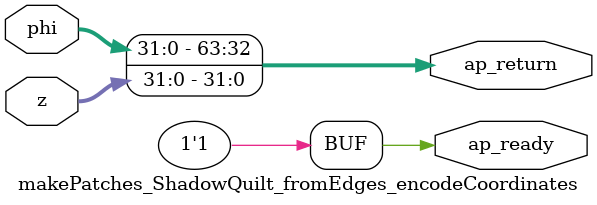
<source format=v>

`timescale 1 ns / 1 ps 

module makePatches_ShadowQuilt_fromEdges_encodeCoordinates (
        ap_ready,
        phi,
        z,
        ap_return
);


output   ap_ready;
input  [31:0] phi;
input  [31:0] z;
output  [63:0] ap_return;

assign ap_ready = 1'b1;

assign ap_return = {{phi}, {z}};

endmodule //makePatches_ShadowQuilt_fromEdges_encodeCoordinates

</source>
